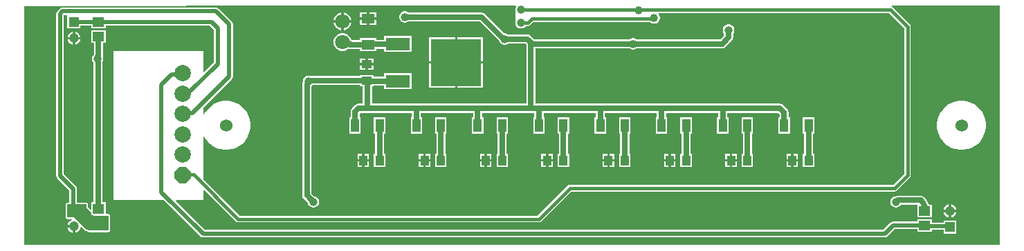
<source format=gtl>
G04*
G04 #@! TF.GenerationSoftware,Altium Limited,Altium Designer,22.9.1 (49)*
G04*
G04 Layer_Physical_Order=1*
G04 Layer_Color=255*
%FSLAX44Y44*%
%MOMM*%
G71*
G04*
G04 #@! TF.SameCoordinates,82FFAF5D-3DE1-49B7-988C-51480E2A03B1*
G04*
G04*
G04 #@! TF.FilePolarity,Positive*
G04*
G01*
G75*
%ADD15C,0.4000*%
%ADD16R,1.3500X1.1500*%
%ADD17R,1.6000X1.2000*%
%ADD18R,1.0000X1.6000*%
%ADD19R,1.2500X1.0000*%
%ADD20R,6.2000X5.8000*%
%ADD21R,3.0000X1.6000*%
%ADD22R,1.0000X1.2500*%
%ADD34C,0.7000*%
%ADD35C,0.5000*%
%ADD36C,1.8000*%
%ADD37C,2.0000*%
%ADD38P,2.1648X8X112.5*%
%ADD39R,1.2000X1.2000*%
%ADD40C,1.2000*%
%ADD41C,1.5240*%
%ADD42C,1.0000*%
G36*
X1196941Y3059D02*
X201308D01*
X201276Y3080D01*
X200000Y3334D01*
X3334D01*
Y296666D01*
X200000D01*
X201276Y296920D01*
X201308Y296941D01*
X604309D01*
X605037Y295671D01*
X604477Y294702D01*
X604000Y292922D01*
Y291079D01*
X604477Y289298D01*
X604550Y289172D01*
Y278834D01*
X604550D01*
X604550Y278834D01*
X604546Y278822D01*
X604477Y278702D01*
X604000Y276922D01*
Y275078D01*
X604477Y273298D01*
X605399Y271702D01*
X606702Y270399D01*
X608298Y269477D01*
X610078Y269000D01*
X611922D01*
X613702Y269477D01*
X615298Y270399D01*
X616601Y271702D01*
X616728Y271922D01*
X619372D01*
X619372Y271922D01*
X620933Y272232D01*
X622256Y273116D01*
X626061Y276922D01*
X769179D01*
X769702Y276399D01*
X771298Y275477D01*
X773078Y275000D01*
X774922D01*
X776702Y275477D01*
X778298Y276399D01*
X779601Y277702D01*
X780523Y279298D01*
X781000Y281078D01*
Y282922D01*
X780523Y284702D01*
X779601Y286298D01*
X779100Y286800D01*
X779626Y288070D01*
X1061163D01*
X1079922Y269311D01*
Y90689D01*
X1066311Y77078D01*
X671000D01*
X671000Y77078D01*
X669439Y76768D01*
X668116Y75884D01*
X668116Y75884D01*
X631311Y39078D01*
X266689D01*
X222000Y83768D01*
Y136075D01*
X223270Y136380D01*
X224342Y134277D01*
X227117Y130456D01*
X230456Y127117D01*
X234277Y124342D01*
X238484Y122198D01*
X242975Y120739D01*
X247639Y120000D01*
X252361D01*
X257025Y120739D01*
X261516Y122198D01*
X265723Y124342D01*
X269544Y127117D01*
X272883Y130456D01*
X275658Y134277D01*
X277802Y138484D01*
X279261Y142975D01*
X280000Y147639D01*
Y152361D01*
X279261Y157025D01*
X277802Y161516D01*
X275658Y165723D01*
X272883Y169544D01*
X269544Y172883D01*
X265723Y175658D01*
X261516Y177802D01*
X257025Y179261D01*
X252361Y180000D01*
X247639D01*
X242975Y179261D01*
X238484Y177802D01*
X234277Y175658D01*
X230456Y172883D01*
X227117Y169544D01*
X224342Y165723D01*
X223270Y163620D01*
X222000Y163925D01*
Y171511D01*
X257244Y206756D01*
X258239Y208244D01*
X258588Y210000D01*
Y274000D01*
X258239Y275756D01*
X257244Y277244D01*
X241244Y293244D01*
X239756Y294239D01*
X238000Y294588D01*
X49929D01*
X48173Y294239D01*
X46685Y293244D01*
X43756Y290315D01*
X42761Y288827D01*
X42412Y287071D01*
Y88000D01*
X42761Y86244D01*
X43756Y84756D01*
X58412Y70100D01*
Y55039D01*
X56000D01*
X55220Y54884D01*
X54558Y54442D01*
X54116Y53780D01*
X53961Y53000D01*
Y37000D01*
X54116Y36220D01*
X54558Y35558D01*
X55220Y35116D01*
X56000Y34961D01*
X61626D01*
X61793Y33691D01*
X60912Y33455D01*
X59088Y32402D01*
X57599Y30912D01*
X56545Y29088D01*
X56120Y27500D01*
X64000D01*
Y26000D01*
X65500D01*
Y18120D01*
X67088Y18545D01*
X68912Y19598D01*
X70402Y21088D01*
X71455Y22912D01*
X71868Y24453D01*
X73186Y24931D01*
X76558Y21558D01*
X76830Y21376D01*
X77088Y21176D01*
X81088Y19176D01*
X81159Y19157D01*
X81220Y19116D01*
X81540Y19052D01*
X81855Y18966D01*
X81928Y18975D01*
X82000Y18961D01*
X106000D01*
X106780Y19116D01*
X107442Y19558D01*
X107884Y20220D01*
X108039Y21000D01*
Y39000D01*
X107884Y39780D01*
X107442Y40442D01*
X106780Y40884D01*
X106000Y41039D01*
X102750D01*
Y55500D01*
X99108D01*
Y228579D01*
X99523Y229298D01*
X100000Y231078D01*
Y232922D01*
X99608Y234386D01*
Y251500D01*
X102750D01*
Y267000D01*
X85250D01*
Y251500D01*
X88392D01*
Y237292D01*
X87399Y236298D01*
X86477Y234702D01*
X86000Y232922D01*
Y231078D01*
X86477Y229298D01*
X87399Y227702D01*
X87892Y227208D01*
Y55500D01*
X85250D01*
Y47293D01*
X84077Y46807D01*
X81039Y49845D01*
Y53000D01*
X80884Y53780D01*
X80442Y54442D01*
X79780Y54884D01*
X79000Y55039D01*
X67588D01*
Y72000D01*
X67239Y73756D01*
X66244Y75244D01*
X51588Y89901D01*
Y285171D01*
X51829Y285412D01*
X54901D01*
X56000Y285000D01*
Y269000D01*
X72000D01*
Y272287D01*
X85250D01*
Y269000D01*
X102750D01*
Y272162D01*
X230350D01*
X235412Y267099D01*
Y227342D01*
X223173Y215103D01*
X222000Y215589D01*
Y241000D01*
X112000D01*
Y58000D01*
X174511D01*
X218756Y13756D01*
X220244Y12761D01*
X222000Y12412D01*
X1056000D01*
X1057756Y12761D01*
X1059244Y13756D01*
X1068150Y22662D01*
X1096250D01*
Y19500D01*
X1113750D01*
Y21537D01*
X1128000D01*
Y17000D01*
X1144000D01*
Y33000D01*
X1128000D01*
Y30713D01*
X1113750D01*
Y35000D01*
X1096250D01*
Y31838D01*
X1066250D01*
X1064494Y31489D01*
X1063006Y30494D01*
X1054100Y21588D01*
X223901D01*
X188662Y56827D01*
X189148Y58000D01*
X222000D01*
Y70573D01*
X223173Y71059D01*
X262116Y32116D01*
X262116Y32116D01*
X263439Y31232D01*
X265000Y30922D01*
X265000Y30922D01*
X633000D01*
X633000Y30922D01*
X634561Y31232D01*
X635884Y32116D01*
X672689Y68922D01*
X1068000D01*
X1068000Y68922D01*
X1069561Y69232D01*
X1070884Y70116D01*
X1086884Y86116D01*
X1086884Y86116D01*
X1087768Y87439D01*
X1088078Y89000D01*
Y271000D01*
X1087768Y272561D01*
X1086884Y273884D01*
X1086884Y273884D01*
X1065736Y295032D01*
X1064779Y295671D01*
X1065164Y296941D01*
X1196941D01*
Y3059D01*
D02*
G37*
G36*
X79000Y49000D02*
X85250Y42750D01*
Y40000D01*
X88000D01*
X89000Y39000D01*
X106000D01*
Y21000D01*
X82000D01*
X78000Y23000D01*
X70830Y30170D01*
X70402Y30912D01*
X68912Y32402D01*
X68170Y32830D01*
X64000Y37000D01*
X56000D01*
Y53000D01*
X79000D01*
Y49000D01*
D02*
G37*
%LPC*%
G36*
X434000Y289000D02*
X425500D01*
Y282500D01*
X434000D01*
Y289000D01*
D02*
G37*
G36*
X422500D02*
X414000D01*
Y282500D01*
X422500D01*
Y289000D01*
D02*
G37*
G36*
X394100Y288686D02*
Y279200D01*
X403586D01*
X402850Y281946D01*
X401402Y284454D01*
X399354Y286502D01*
X396846Y287950D01*
X394100Y288686D01*
D02*
G37*
G36*
X391100Y288686D02*
X388354Y287950D01*
X385846Y286502D01*
X383798Y284454D01*
X382350Y281946D01*
X381614Y279200D01*
X391100D01*
Y288686D01*
D02*
G37*
G36*
X434000Y279500D02*
X425500D01*
Y273000D01*
X434000D01*
Y279500D01*
D02*
G37*
G36*
X422500D02*
X414000D01*
Y273000D01*
X422500D01*
Y279500D01*
D02*
G37*
G36*
X391100Y276200D02*
X381614D01*
X382350Y273454D01*
X383798Y270946D01*
X385846Y268898D01*
X388354Y267450D01*
X391100Y266714D01*
Y276200D01*
D02*
G37*
G36*
X403586D02*
X394100D01*
Y266714D01*
X396846Y267450D01*
X399354Y268898D01*
X401402Y270946D01*
X402850Y273454D01*
X403586Y276200D01*
D02*
G37*
G36*
X65500Y264880D02*
Y258500D01*
X71880D01*
X71455Y260088D01*
X70402Y261912D01*
X68912Y263402D01*
X67088Y264455D01*
X65500Y264880D01*
D02*
G37*
G36*
X62500D02*
X60912Y264455D01*
X59088Y263402D01*
X57598Y261912D01*
X56545Y260088D01*
X56120Y258500D01*
X62500D01*
Y264880D01*
D02*
G37*
G36*
X71880Y255500D02*
X65500D01*
Y249120D01*
X67088Y249545D01*
X68912Y250598D01*
X70402Y252088D01*
X71455Y253912D01*
X71880Y255500D01*
D02*
G37*
G36*
X62500D02*
X56120D01*
X56545Y253912D01*
X57598Y252088D01*
X59088Y250598D01*
X60912Y249545D01*
X62500Y249120D01*
Y255500D01*
D02*
G37*
G36*
X469922Y290000D02*
X468078D01*
X466298Y289523D01*
X464702Y288601D01*
X463399Y287298D01*
X462477Y285702D01*
X462000Y283922D01*
Y282078D01*
X462477Y280298D01*
X463399Y278702D01*
X464702Y277399D01*
X466298Y276477D01*
X468078Y276000D01*
X469922D01*
X471702Y276477D01*
X473287Y277392D01*
X560865D01*
X584300Y253957D01*
X584477Y253298D01*
X585399Y251702D01*
X586702Y250399D01*
X588298Y249477D01*
X590078Y249000D01*
X591922D01*
X593702Y249477D01*
X595287Y250392D01*
X616577D01*
X617392Y249577D01*
Y176608D01*
X428608D01*
Y198000D01*
X430500D01*
Y198692D01*
X443000D01*
Y194300D01*
X477000D01*
Y214300D01*
X443000D01*
Y209908D01*
X430500D01*
Y212000D01*
X414000D01*
Y210608D01*
X353386D01*
X351922Y211000D01*
X350078D01*
X348298Y210523D01*
X346702Y209601D01*
X345399Y208298D01*
X344477Y206702D01*
X344000Y204922D01*
Y203316D01*
X343819Y203046D01*
X343392Y200900D01*
Y64000D01*
X343819Y61854D01*
X345035Y60035D01*
X350003Y55066D01*
X350477Y53298D01*
X351399Y51702D01*
X352702Y50399D01*
X354298Y49477D01*
X356078Y49000D01*
X357922D01*
X359702Y49477D01*
X361298Y50399D01*
X362601Y51702D01*
X363523Y53298D01*
X364000Y55078D01*
Y56922D01*
X363523Y58702D01*
X362601Y60298D01*
X361298Y61601D01*
X359702Y62523D01*
X357934Y62997D01*
X354608Y66323D01*
Y198000D01*
X355298Y198399D01*
X356292Y199392D01*
X414000D01*
Y198000D01*
X417392D01*
Y176608D01*
X412100D01*
X409955Y176181D01*
X408135Y174965D01*
X404035Y170865D01*
X402819Y169046D01*
X402392Y166900D01*
Y160000D01*
X401000D01*
Y140000D01*
X415000D01*
Y160000D01*
X413608D01*
Y164577D01*
X414423Y165392D01*
X477392D01*
Y160000D01*
X476000D01*
Y140000D01*
X490000D01*
Y160000D01*
X488608D01*
Y165392D01*
X552392D01*
Y160000D01*
X551000D01*
Y140000D01*
X565000D01*
Y160000D01*
X563608D01*
Y165392D01*
X627392D01*
Y160000D01*
X626000D01*
Y140000D01*
X640000D01*
Y160000D01*
X638608D01*
Y165392D01*
X702392D01*
Y160000D01*
X701000D01*
Y140000D01*
X715000D01*
Y160000D01*
X713608D01*
Y165392D01*
X777392D01*
Y160000D01*
X776000D01*
Y140000D01*
X790000D01*
Y160000D01*
X788608D01*
Y165392D01*
X852392D01*
Y160000D01*
X851000D01*
Y140000D01*
X865000D01*
Y160000D01*
X863608D01*
Y165392D01*
X925677D01*
X927392Y163677D01*
Y160000D01*
X926000D01*
Y140000D01*
X940000D01*
Y160000D01*
X938608D01*
Y166000D01*
X938181Y168146D01*
X936965Y169965D01*
X931965Y174965D01*
X930146Y176181D01*
X928000Y176608D01*
X628608D01*
Y244392D01*
X743713D01*
X745298Y243477D01*
X747078Y243000D01*
X748922D01*
X750702Y243477D01*
X752287Y244392D01*
X857251D01*
X859397Y244819D01*
X861216Y246035D01*
X868965Y253784D01*
X870181Y255603D01*
X870608Y257749D01*
Y262713D01*
X871523Y264298D01*
X872000Y266078D01*
Y267922D01*
X871523Y269702D01*
X870601Y271298D01*
X869298Y272601D01*
X867702Y273523D01*
X865922Y274000D01*
X864078D01*
X862298Y273523D01*
X860702Y272601D01*
X859399Y271298D01*
X858477Y269702D01*
X858000Y267922D01*
Y266078D01*
X858477Y264298D01*
X859392Y262713D01*
Y260072D01*
X854928Y255608D01*
X752287D01*
X750702Y256523D01*
X748922Y257000D01*
X747078D01*
X745298Y256523D01*
X743713Y255608D01*
X627137D01*
X626965Y255865D01*
X622865Y259965D01*
X621045Y261181D01*
X618899Y261608D01*
X595287D01*
X593702Y262523D01*
X591922Y263000D01*
X591119D01*
X567154Y286965D01*
X565334Y288181D01*
X563188Y288608D01*
X473287D01*
X471702Y289523D01*
X469922Y290000D01*
D02*
G37*
G36*
X394048Y263300D02*
X391152D01*
X388354Y262550D01*
X385846Y261102D01*
X383798Y259054D01*
X382350Y256546D01*
X381600Y253748D01*
Y250852D01*
X382350Y248054D01*
X383798Y245546D01*
X385846Y243498D01*
X388354Y242050D01*
X391152Y241300D01*
X394048D01*
X396846Y242050D01*
X399354Y243498D01*
X399827Y243971D01*
X400055Y243819D01*
X402201Y243392D01*
X414000D01*
Y241000D01*
X434000D01*
Y243892D01*
X443000D01*
Y240000D01*
X477000D01*
Y260000D01*
X443000D01*
Y255108D01*
X434000D01*
Y257000D01*
X414000D01*
Y254608D01*
X404301D01*
X403167Y255366D01*
X402850Y256546D01*
X401402Y259054D01*
X399354Y261102D01*
X396846Y262550D01*
X394048Y263300D01*
D02*
G37*
G36*
X564800Y258150D02*
X533300D01*
Y228650D01*
X564800D01*
Y258150D01*
D02*
G37*
G36*
X530300D02*
X498800D01*
Y228650D01*
X530300D01*
Y258150D01*
D02*
G37*
G36*
X430500Y232000D02*
X423750D01*
Y226500D01*
X430500D01*
Y232000D01*
D02*
G37*
G36*
X420750D02*
X414000D01*
Y226500D01*
X420750D01*
Y232000D01*
D02*
G37*
G36*
X430500Y223500D02*
X423750D01*
Y218000D01*
X430500D01*
Y223500D01*
D02*
G37*
G36*
X420750D02*
X414000D01*
Y218000D01*
X420750D01*
Y223500D01*
D02*
G37*
G36*
X564800Y225650D02*
X533300D01*
Y196150D01*
X564800D01*
Y225650D01*
D02*
G37*
G36*
X530300D02*
X498800D01*
Y196150D01*
X530300D01*
Y225650D01*
D02*
G37*
G36*
X1152361Y180000D02*
X1147639D01*
X1142975Y179261D01*
X1138484Y177802D01*
X1134277Y175658D01*
X1130456Y172883D01*
X1127117Y169544D01*
X1124342Y165723D01*
X1122198Y161516D01*
X1120739Y157025D01*
X1120000Y152361D01*
Y147639D01*
X1120739Y142975D01*
X1122198Y138484D01*
X1124342Y134277D01*
X1127117Y130456D01*
X1130456Y127117D01*
X1134277Y124342D01*
X1138484Y122198D01*
X1142975Y120739D01*
X1147639Y120000D01*
X1152361D01*
X1157025Y120739D01*
X1161516Y122198D01*
X1165723Y124342D01*
X1169544Y127117D01*
X1172883Y130456D01*
X1175658Y134277D01*
X1177802Y138484D01*
X1179261Y142975D01*
X1180000Y147639D01*
Y152361D01*
X1179261Y157025D01*
X1177802Y161516D01*
X1175658Y165723D01*
X1172883Y169544D01*
X1169544Y172883D01*
X1165723Y175658D01*
X1161516Y177802D01*
X1157025Y179261D01*
X1152361Y180000D01*
D02*
G37*
G36*
X725000Y115250D02*
X719500D01*
Y108500D01*
X725000D01*
Y115250D01*
D02*
G37*
G36*
X716500D02*
X711000D01*
Y108500D01*
X716500D01*
Y115250D01*
D02*
G37*
G36*
X875000D02*
X869500D01*
Y108500D01*
X875000D01*
Y115250D01*
D02*
G37*
G36*
X866500D02*
X861000D01*
Y108500D01*
X866500D01*
Y115250D01*
D02*
G37*
G36*
X650000D02*
X644500D01*
Y108500D01*
X650000D01*
Y115250D01*
D02*
G37*
G36*
X575000D02*
X569500D01*
Y108500D01*
X575000D01*
Y115250D01*
D02*
G37*
G36*
X500000D02*
X494500D01*
Y108500D01*
X500000D01*
Y115250D01*
D02*
G37*
G36*
X425000D02*
X419500D01*
Y108500D01*
X425000D01*
Y115250D01*
D02*
G37*
G36*
X641500D02*
X636000D01*
Y108500D01*
X641500D01*
Y115250D01*
D02*
G37*
G36*
X566500D02*
X561000D01*
Y108500D01*
X566500D01*
Y115250D01*
D02*
G37*
G36*
X491500D02*
X486000D01*
Y108500D01*
X491500D01*
Y115250D01*
D02*
G37*
G36*
X416500D02*
X411000D01*
Y108500D01*
X416500D01*
Y115250D01*
D02*
G37*
G36*
X950000D02*
X944500D01*
Y108500D01*
X950000D01*
Y115250D01*
D02*
G37*
G36*
X800000D02*
X794500D01*
Y108500D01*
X800000D01*
Y115250D01*
D02*
G37*
G36*
X941500D02*
X936000D01*
Y108500D01*
X941500D01*
Y115250D01*
D02*
G37*
G36*
X791500D02*
X786000D01*
Y108500D01*
X791500D01*
Y115250D01*
D02*
G37*
G36*
X970000Y160000D02*
X956000D01*
Y140000D01*
X957392D01*
Y115250D01*
X956000D01*
Y98750D01*
X970000D01*
Y115250D01*
X968608D01*
Y140000D01*
X970000D01*
Y160000D01*
D02*
G37*
G36*
X950000Y105500D02*
X944500D01*
Y98750D01*
X950000D01*
Y105500D01*
D02*
G37*
G36*
X941500D02*
X936000D01*
Y98750D01*
X941500D01*
Y105500D01*
D02*
G37*
G36*
X895000Y160000D02*
X881000D01*
Y140000D01*
X882392D01*
Y115250D01*
X881000D01*
Y98750D01*
X895000D01*
Y115250D01*
X893608D01*
Y140000D01*
X895000D01*
Y160000D01*
D02*
G37*
G36*
X875000Y105500D02*
X869500D01*
Y98750D01*
X875000D01*
Y105500D01*
D02*
G37*
G36*
X866500D02*
X861000D01*
Y98750D01*
X866500D01*
Y105500D01*
D02*
G37*
G36*
X820000Y160000D02*
X806000D01*
Y140000D01*
X807392D01*
Y115250D01*
X806000D01*
Y98750D01*
X820000D01*
Y115250D01*
X818608D01*
Y140000D01*
X820000D01*
Y160000D01*
D02*
G37*
G36*
X800000Y105500D02*
X794500D01*
Y98750D01*
X800000D01*
Y105500D01*
D02*
G37*
G36*
X791500D02*
X786000D01*
Y98750D01*
X791500D01*
Y105500D01*
D02*
G37*
G36*
X745000Y160000D02*
X731000D01*
Y140000D01*
X732392D01*
Y115250D01*
X731000D01*
Y98750D01*
X745000D01*
Y115250D01*
X743608D01*
Y140000D01*
X745000D01*
Y160000D01*
D02*
G37*
G36*
X725000Y105500D02*
X719500D01*
Y98750D01*
X725000D01*
Y105500D01*
D02*
G37*
G36*
X716500D02*
X711000D01*
Y98750D01*
X716500D01*
Y105500D01*
D02*
G37*
G36*
X670000Y160000D02*
X656000D01*
Y140000D01*
X657392D01*
Y115250D01*
X656000D01*
Y98750D01*
X670000D01*
Y115250D01*
X668608D01*
Y140000D01*
X670000D01*
Y160000D01*
D02*
G37*
G36*
X650000Y105500D02*
X644500D01*
Y98750D01*
X650000D01*
Y105500D01*
D02*
G37*
G36*
X641500D02*
X636000D01*
Y98750D01*
X641500D01*
Y105500D01*
D02*
G37*
G36*
X595000Y160000D02*
X581000D01*
Y140000D01*
X582392D01*
Y115250D01*
X581000D01*
Y98750D01*
X595000D01*
Y115250D01*
X593608D01*
Y140000D01*
X595000D01*
Y160000D01*
D02*
G37*
G36*
X575000Y105500D02*
X569500D01*
Y98750D01*
X575000D01*
Y105500D01*
D02*
G37*
G36*
X566500D02*
X561000D01*
Y98750D01*
X566500D01*
Y105500D01*
D02*
G37*
G36*
X520000Y160000D02*
X506000D01*
Y140000D01*
X507392D01*
Y115250D01*
X506000D01*
Y98750D01*
X520000D01*
Y115250D01*
X518608D01*
Y140000D01*
X520000D01*
Y160000D01*
D02*
G37*
G36*
X500000Y105500D02*
X494500D01*
Y98750D01*
X500000D01*
Y105500D01*
D02*
G37*
G36*
X491500D02*
X486000D01*
Y98750D01*
X491500D01*
Y105500D01*
D02*
G37*
G36*
X445000Y160000D02*
X431000D01*
Y140000D01*
X432392D01*
Y115250D01*
X431000D01*
Y98750D01*
X445000D01*
Y115250D01*
X443608D01*
Y140000D01*
X445000D01*
Y160000D01*
D02*
G37*
G36*
X425000Y105500D02*
X419500D01*
Y98750D01*
X425000D01*
Y105500D01*
D02*
G37*
G36*
X416500D02*
X411000D01*
Y98750D01*
X416500D01*
Y105500D01*
D02*
G37*
G36*
X1137500Y52880D02*
Y46500D01*
X1143880D01*
X1143455Y48088D01*
X1142402Y49912D01*
X1140912Y51402D01*
X1139088Y52455D01*
X1137500Y52880D01*
D02*
G37*
G36*
X1134500Y52880D02*
X1132912Y52455D01*
X1131088Y51402D01*
X1129598Y49912D01*
X1128545Y48088D01*
X1128120Y46500D01*
X1134500D01*
Y52880D01*
D02*
G37*
G36*
X1143880Y43500D02*
X1137500D01*
Y37120D01*
X1139088Y37545D01*
X1140912Y38598D01*
X1142402Y40088D01*
X1143455Y41912D01*
X1143880Y43500D01*
D02*
G37*
G36*
X1134500D02*
X1128120D01*
X1128545Y41912D01*
X1129598Y40088D01*
X1131088Y38598D01*
X1132912Y37545D01*
X1134500Y37120D01*
Y43500D01*
D02*
G37*
G36*
X1100101Y63608D02*
X1072812D01*
X1070666Y63181D01*
X1070395Y63000D01*
X1069078D01*
X1067298Y62523D01*
X1065702Y61601D01*
X1064399Y60298D01*
X1063477Y58702D01*
X1063000Y56922D01*
Y55078D01*
X1063477Y53298D01*
X1064399Y51702D01*
X1065702Y50399D01*
X1067298Y49477D01*
X1069078Y49000D01*
X1070922D01*
X1072702Y49477D01*
X1074298Y50399D01*
X1075601Y51702D01*
X1076000Y52392D01*
X1096250D01*
Y37000D01*
X1113750D01*
Y52500D01*
X1110139D01*
X1108428Y56927D01*
X1108391Y56984D01*
X1108378Y57050D01*
X1107806Y57906D01*
X1107255Y58774D01*
X1107200Y58813D01*
X1107162Y58869D01*
X1104066Y61965D01*
X1102247Y63181D01*
X1100101Y63608D01*
D02*
G37*
G36*
X62500Y24500D02*
X56120D01*
X56545Y22912D01*
X57599Y21088D01*
X59088Y19598D01*
X60912Y18545D01*
X62500Y18120D01*
Y24500D01*
D02*
G37*
%LPD*%
D15*
X633000Y35000D02*
X671000Y73000D01*
X210657Y89343D02*
X265000Y35000D01*
X633000D01*
X197343Y89343D02*
X210657D01*
X197000Y89000D02*
X197343Y89343D01*
X1068000Y73000D02*
X1084000Y89000D01*
X671000Y73000D02*
X1068000D01*
X1084000Y89000D02*
Y271000D01*
X756148Y292148D02*
X1062852D01*
X1084000Y271000D01*
X619372Y276000D02*
X624372Y281000D01*
X611000Y276000D02*
X619372D01*
X624372Y281000D02*
X773000D01*
X774000Y282000D01*
X755000Y291000D02*
X756148Y292148D01*
X754000Y292000D02*
X755000Y291000D01*
X611000Y292000D02*
X754000D01*
D16*
X94000Y47750D02*
D03*
Y30250D02*
D03*
X94000Y276750D02*
D03*
Y259250D02*
D03*
X1105000Y27250D02*
D03*
Y44750D02*
D03*
D17*
X424000Y281000D02*
D03*
Y249000D02*
D03*
D18*
X438000Y150000D02*
D03*
X408000D02*
D03*
X933000D02*
D03*
X963000D02*
D03*
X858000D02*
D03*
X888000D02*
D03*
X783000D02*
D03*
X813000D02*
D03*
X708000D02*
D03*
X738000D02*
D03*
X633000D02*
D03*
X663000D02*
D03*
X558000D02*
D03*
X588000D02*
D03*
X483000D02*
D03*
X513000D02*
D03*
D19*
X422250Y225000D02*
D03*
Y205000D02*
D03*
D20*
X531800Y227150D02*
D03*
D21*
X460000Y204300D02*
D03*
Y250000D02*
D03*
D22*
X738000Y107000D02*
D03*
X718000D02*
D03*
X813000D02*
D03*
X793000D02*
D03*
X888000D02*
D03*
X868000D02*
D03*
X438000D02*
D03*
X418000D02*
D03*
X963000D02*
D03*
X943000D02*
D03*
X663000D02*
D03*
X643000D02*
D03*
X588000D02*
D03*
X568000D02*
D03*
X513000D02*
D03*
X493000D02*
D03*
D34*
X1070812Y56000D02*
X1072812Y58000D01*
X1100101D01*
X1105088Y50016D02*
X1105559Y48797D01*
X1103197Y54904D02*
X1105088Y50016D01*
X1100101Y58000D02*
X1103197Y54904D01*
X1105559Y47000D02*
Y48797D01*
X1105000Y44750D02*
X1105559Y47000D01*
X1070000Y56000D02*
X1070812D01*
X93500Y48250D02*
X94000Y47750D01*
X93500Y48250D02*
Y231500D01*
X93000Y232000D02*
X93500Y231500D01*
X93000Y232000D02*
Y232812D01*
X94000Y233812D01*
Y257000D01*
X94000Y257000D02*
Y259250D01*
Y257000D02*
X94000Y257000D01*
X349000Y64000D02*
X357000Y56000D01*
X349000Y64000D02*
Y200900D01*
X353101Y205000D01*
X857251Y250000D02*
X865000Y257749D01*
X748000Y250000D02*
X857251D01*
X865000Y257749D02*
Y267000D01*
X394705Y250195D02*
X401005D01*
X402201Y249000D02*
X424000D01*
X401005Y250195D02*
X402201Y249000D01*
X392600Y252300D02*
X394705Y250195D01*
X353101Y205000D02*
X422250D01*
Y204300D02*
X460000D01*
X591000Y256000D02*
X618899D01*
X590188D02*
X591000D01*
X563188Y283000D02*
X590188Y256000D01*
X469000Y283000D02*
X563188D01*
X623000Y250000D02*
Y251900D01*
X618899Y256000D02*
X623000Y251900D01*
Y171000D02*
Y250000D01*
X748000D01*
X623000Y171000D02*
X632000D01*
X557000D02*
X623000D01*
X423000D02*
X482000D01*
X423000D02*
Y203500D01*
X412100Y171000D02*
X423000D01*
X859000D02*
X928000D01*
X783000D02*
X859000D01*
X858000Y170000D02*
X859000Y171000D01*
X858000Y150000D02*
Y170000D01*
X709000Y171000D02*
X783000D01*
Y150000D02*
Y171000D01*
X632000D02*
X709000D01*
X708000Y150000D02*
Y170000D01*
X709000Y171000D01*
X633000Y150000D02*
Y170000D01*
X632000Y171000D02*
X633000Y170000D01*
X482000Y171000D02*
X557000D01*
X558000Y170000D01*
Y150000D02*
Y170000D01*
X483000Y150000D02*
Y170000D01*
X482000Y171000D02*
X483000Y170000D01*
X928000Y171000D02*
X933000Y166000D01*
Y150000D02*
Y166000D01*
X408000Y150000D02*
Y166900D01*
X412100Y171000D01*
X459500Y249500D02*
X460000Y250000D01*
X430000Y249000D02*
X430500Y249500D01*
X459500D01*
X963000Y107000D02*
Y150000D01*
X888000Y107000D02*
Y150000D01*
X813000Y107000D02*
Y150000D01*
X738000Y107000D02*
X738000Y107000D01*
X738000Y107000D02*
Y150000D01*
X663000D02*
X663000Y150000D01*
Y107000D02*
Y150000D01*
X588000Y150000D02*
X588000Y150000D01*
Y107000D02*
Y150000D01*
X513000Y150000D02*
X513000Y150000D01*
Y107000D02*
Y150000D01*
X438000Y107000D02*
Y150000D01*
D35*
X1106125Y26125D02*
X1134875D01*
X1105000Y27250D02*
X1106125Y26125D01*
X1134875D02*
X1136000Y25000D01*
X1066250Y27250D02*
X1105000D01*
X1056000Y17000D02*
X1066250Y27250D01*
X254000Y210000D02*
Y274000D01*
X238000Y290000D02*
X254000Y274000D01*
X209000Y165000D02*
X254000Y210000D01*
X222000Y17000D02*
X1056000D01*
X171000Y68000D02*
X222000Y17000D01*
X68864Y42500D02*
X81114Y30250D01*
X94000D01*
X67500Y42500D02*
X68864D01*
X63000Y47000D02*
Y72000D01*
Y47000D02*
X67500Y42500D01*
X47000Y88000D02*
X63000Y72000D01*
X197000Y165000D02*
X209000D01*
X240000Y225441D02*
Y269000D01*
X206429Y191870D02*
X240000Y225441D01*
X199870Y191870D02*
X206429D01*
X197000Y189000D02*
X199870Y191870D01*
X183626Y212626D02*
X195626D01*
X197000Y214000D01*
X171000Y68000D02*
Y200000D01*
X183626Y212626D01*
X49929Y290000D02*
X238000D01*
X47000Y287071D02*
X49929Y290000D01*
X47000Y88000D02*
Y287071D01*
X232250Y276750D02*
X240000Y269000D01*
X94000Y276750D02*
X232250D01*
X64125Y276875D02*
X93875D01*
X94000Y276750D01*
X64000Y277000D02*
X64125Y276875D01*
D36*
X392600Y252300D02*
D03*
Y277700D02*
D03*
D37*
X197000Y214000D02*
D03*
Y189000D02*
D03*
Y164000D02*
D03*
Y114000D02*
D03*
Y139000D02*
D03*
D38*
Y89000D02*
D03*
D39*
X1136000Y25000D02*
D03*
X64000Y46000D02*
D03*
X64000Y277000D02*
D03*
D40*
X1136000Y45000D02*
D03*
X64000Y26000D02*
D03*
X64000Y257000D02*
D03*
D41*
X1150000Y150000D02*
D03*
X250000D02*
D03*
D42*
X1050001Y30001D02*
D03*
X1030001D02*
D03*
X1010001D02*
D03*
X990001D02*
D03*
X970001D02*
D03*
X950001D02*
D03*
X930001D02*
D03*
X910001D02*
D03*
X890001D02*
D03*
X870001D02*
D03*
X850001D02*
D03*
X830001D02*
D03*
X810001D02*
D03*
X790001D02*
D03*
X770001D02*
D03*
X750001D02*
D03*
X730001D02*
D03*
X710001D02*
D03*
X690001D02*
D03*
X670001D02*
D03*
X650001D02*
D03*
X1184999Y280000D02*
D03*
X1169999Y250000D02*
D03*
X1184999Y220000D02*
D03*
X1169999Y190000D02*
D03*
X1184999Y160000D02*
D03*
Y100000D02*
D03*
X1169999Y70000D02*
D03*
X1184999Y40000D02*
D03*
X1169999Y10000D02*
D03*
X1154999Y280000D02*
D03*
X1139999Y250000D02*
D03*
X1154999Y220000D02*
D03*
X1139999Y190000D02*
D03*
X1154999Y100000D02*
D03*
X1139999Y70000D02*
D03*
X1154999Y40000D02*
D03*
X1139999Y10000D02*
D03*
X1124999Y280000D02*
D03*
X1109999Y250000D02*
D03*
X1124999Y220000D02*
D03*
X1109999Y190000D02*
D03*
Y130000D02*
D03*
X1124999Y100000D02*
D03*
X1109999Y70000D02*
D03*
Y10000D02*
D03*
X1094999Y280000D02*
D03*
X1079999Y10000D02*
D03*
X1049999Y250000D02*
D03*
Y190000D02*
D03*
Y130000D02*
D03*
X1019999Y250000D02*
D03*
X1034999Y220000D02*
D03*
X1019999Y190000D02*
D03*
X989999Y250000D02*
D03*
X1004999Y220000D02*
D03*
X989999Y130000D02*
D03*
X959999Y250000D02*
D03*
X974999Y220000D02*
D03*
X929999Y250000D02*
D03*
X944999Y220000D02*
D03*
X929999Y130000D02*
D03*
X899999Y250000D02*
D03*
X914999Y220000D02*
D03*
Y160000D02*
D03*
Y100000D02*
D03*
X884999Y220000D02*
D03*
X869999Y130000D02*
D03*
X854999Y220000D02*
D03*
X839999Y130000D02*
D03*
X854999Y100000D02*
D03*
X779999Y130000D02*
D03*
X764999Y160000D02*
D03*
Y100000D02*
D03*
X719999Y130000D02*
D03*
X704999Y100000D02*
D03*
X674999Y220000D02*
D03*
X644999D02*
D03*
X630000Y130000D02*
D03*
X585000Y220000D02*
D03*
X570000Y130000D02*
D03*
X555000Y100000D02*
D03*
X450000Y130000D02*
D03*
X420000D02*
D03*
X405000Y220000D02*
D03*
X375000Y280000D02*
D03*
X360000Y250000D02*
D03*
X375000Y220000D02*
D03*
X360000Y190000D02*
D03*
Y130000D02*
D03*
X345000Y280000D02*
D03*
X330000Y250000D02*
D03*
Y190000D02*
D03*
Y130000D02*
D03*
X315000Y280000D02*
D03*
X300000Y250000D02*
D03*
X315000Y220000D02*
D03*
X300000Y190000D02*
D03*
X315000Y160000D02*
D03*
X300000Y130000D02*
D03*
X315000Y100000D02*
D03*
X285000Y280000D02*
D03*
X270000Y250000D02*
D03*
X285000Y220000D02*
D03*
X270000Y190000D02*
D03*
X285000Y160000D02*
D03*
Y100000D02*
D03*
X270000Y70000D02*
D03*
X210000Y250000D02*
D03*
X225000Y40000D02*
D03*
X210000Y10000D02*
D03*
X180000Y250000D02*
D03*
Y10000D02*
D03*
X150000Y250000D02*
D03*
X165000Y40000D02*
D03*
X150000Y10000D02*
D03*
X120000Y250000D02*
D03*
X135000Y40000D02*
D03*
X120000Y10000D02*
D03*
X105000Y220000D02*
D03*
Y160000D02*
D03*
Y100000D02*
D03*
X90000Y10000D02*
D03*
X75000Y220000D02*
D03*
X60000Y190000D02*
D03*
X75000Y160000D02*
D03*
X60000Y130000D02*
D03*
X75000Y100000D02*
D03*
X60000Y10000D02*
D03*
X30000Y250000D02*
D03*
Y190000D02*
D03*
Y130000D02*
D03*
Y70000D02*
D03*
X45000Y40000D02*
D03*
X30000Y10000D02*
D03*
X93000Y232000D02*
D03*
X351000Y204000D02*
D03*
X357000Y56000D02*
D03*
X1070000D02*
D03*
X865000Y267000D02*
D03*
X611000Y276000D02*
D03*
X591000Y256000D02*
D03*
X611000Y292000D02*
D03*
X774000Y282000D02*
D03*
X755000Y291000D02*
D03*
X706000Y213000D02*
D03*
X722000D02*
D03*
X696000Y108000D02*
D03*
Y122000D02*
D03*
X469000Y283000D02*
D03*
X748000Y250000D02*
D03*
M02*

</source>
